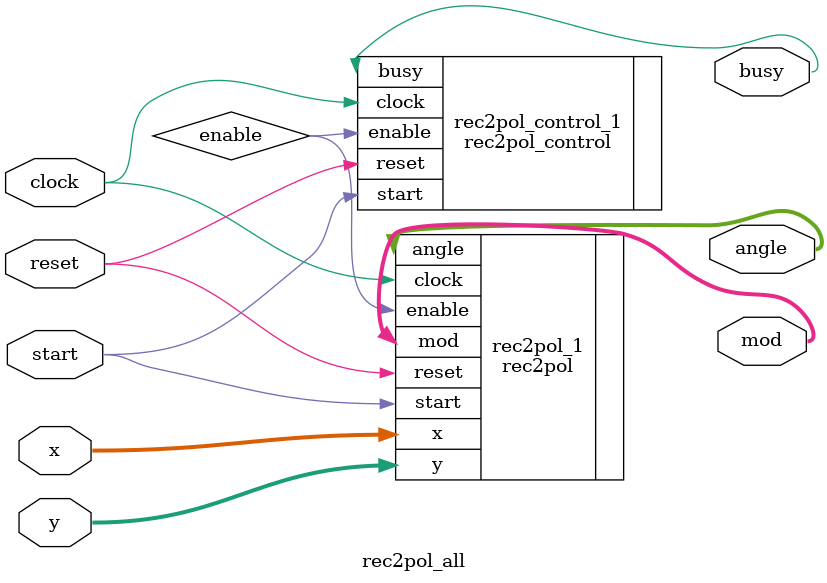
<source format=v>
/*

    Integrated Master in Electrical and Computer Engineering - FEUP
	
	EEC0055 - Digital Systems Design 2019/2020
	
	----------------------------------------------------------------------
	module rec2pol 
	
	Summary
	CORDIC vectoring mode - convert rectangular coords to polar coords
	
	----------------------------------------------------------------------	
	Date created: 1 Nov 2019
	Author: jca@fe.up.pt

	----------------------------------------------------------------------		
	This Verilog code is property of the University of Porto, Portugal
	Its utilization beyond the scope of the course Digital Systems Design
	(Projeto de Sistemas Digitais) of the Integrated Master in Electrical 
	and Computer Engineering requires explicit authorization from the author.

*/

module rec2pol_all( 
                input clock,
				input reset,
				input start,               // set to 1 for one clock to start 
				output busy,
				input  signed [31:0] x,    // X component, 16Q16
				input  signed [31:0] y,    // Y component, 16Q16
				output signed [31:0] mod,  // Modulus, 16Q16
				output signed [31:0] angle // Angle in degrees, 8Q24
			  );
			  

// Instantiate the rec2pol module (datapath)
rec2pol rec2pol_1 (
		.clock(clock), 
		.reset(reset), 
		.start(start), 
		.enable(enable),
		.x(x), 
		.y(y), 
		.mod( mod ), 
		.angle( angle )
	);
	
// Instantiate the controller
rec2pol_control rec2pol_control_1 (
		.clock(clock), 
		.reset(reset), 
		.start(start), 
		.busy(busy),
		.enable(enable)
		);
		
endmodule
</source>
